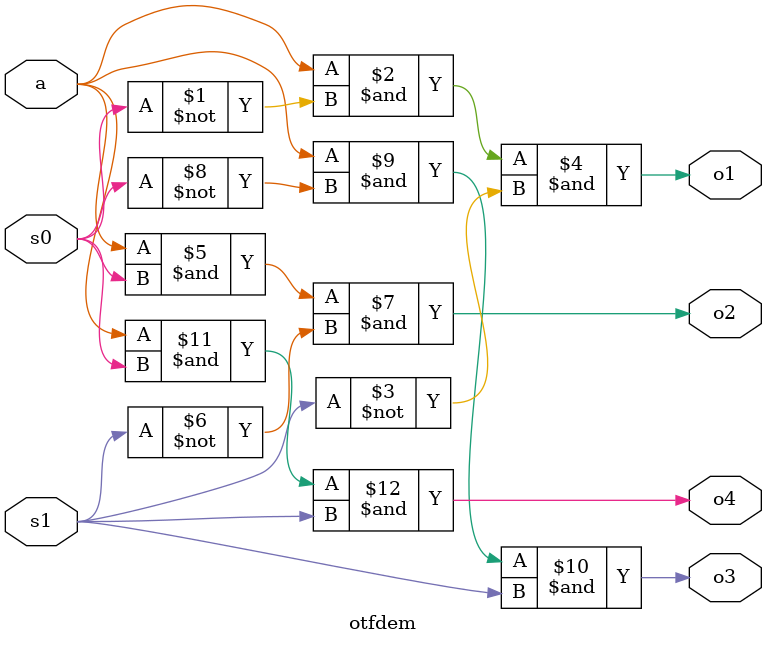
<source format=v>
`timescale 1ns / 1ps
module otfdem(
    input a, s0, s1,
    output o1, o2, o3, o4
    );
assign o1 = a&~s0&~s1;
assign o2 = a&s0&~s1;
assign o3 = a&~s0&s1;
assign o4 = a&s0&s1;
endmodule

</source>
